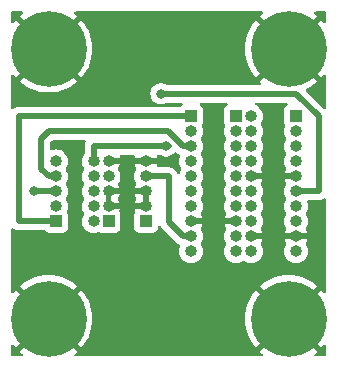
<source format=gbr>
%TF.GenerationSoftware,KiCad,Pcbnew,7.0.9-7.0.9~ubuntu22.04.1*%
%TF.CreationDate,2023-12-17T15:48:06-06:00*%
%TF.ProjectId,PacSat_JTAG_Interface,50616353-6174-45f4-9a54-41475f496e74,rev?*%
%TF.SameCoordinates,Original*%
%TF.FileFunction,Copper,L1,Top*%
%TF.FilePolarity,Positive*%
%FSLAX46Y46*%
G04 Gerber Fmt 4.6, Leading zero omitted, Abs format (unit mm)*
G04 Created by KiCad (PCBNEW 7.0.9-7.0.9~ubuntu22.04.1) date 2023-12-17 15:48:06*
%MOMM*%
%LPD*%
G01*
G04 APERTURE LIST*
%TA.AperFunction,ComponentPad*%
%ADD10R,1.000000X1.000000*%
%TD*%
%TA.AperFunction,ComponentPad*%
%ADD11O,1.000000X1.000000*%
%TD*%
%TA.AperFunction,ComponentPad*%
%ADD12C,3.600000*%
%TD*%
%TA.AperFunction,ConnectorPad*%
%ADD13C,6.400000*%
%TD*%
%TA.AperFunction,ViaPad*%
%ADD14C,0.800000*%
%TD*%
%TA.AperFunction,Conductor*%
%ADD15C,0.508000*%
%TD*%
G04 APERTURE END LIST*
D10*
%TO.P,J1,1,Pin_1*%
%TO.N,+3.3V*%
X92602050Y-86690231D03*
D11*
%TO.P,J1,2,Pin_2*%
%TO.N,Net-(J1-Pin_2)*%
X91332050Y-86690231D03*
%TO.P,J1,3,Pin_3*%
%TO.N,GND*%
X92602050Y-85420231D03*
%TO.P,J1,4,Pin_4*%
%TO.N,Net-(J1-Pin_4)*%
X91332050Y-85420231D03*
%TO.P,J1,5,Pin_5*%
%TO.N,GND*%
X92602050Y-84150231D03*
%TO.P,J1,6,Pin_6*%
%TO.N,Net-(J1-Pin_6)*%
X91332050Y-84150231D03*
%TO.P,J1,7,Pin_7*%
%TO.N,Net-(J1-Pin_7)*%
X92602050Y-82880231D03*
%TO.P,J1,8,Pin_8*%
%TO.N,Net-(J1-Pin_8)*%
X91332050Y-82880231D03*
%TO.P,J1,9,Pin_9*%
%TO.N,GND*%
X92602050Y-81610231D03*
%TO.P,J1,10,Pin_10*%
%TO.N,Net-(J1-Pin_10)*%
X91332050Y-81610231D03*
%TD*%
D12*
%TO.P,H4,1,1*%
%TO.N,GND*%
X87522050Y-94945231D03*
D13*
X87522050Y-94945231D03*
%TD*%
D12*
%TO.P,H1,1,1*%
%TO.N,GND*%
X107842050Y-72085231D03*
D13*
X107842050Y-72085231D03*
%TD*%
D10*
%TO.P,J3,1,Pin_1*%
%TO.N,+3.3V*%
X95777050Y-86700231D03*
D11*
%TO.P,J3,2,Pin_2*%
%TO.N,GND*%
X95777050Y-85430231D03*
%TO.P,J3,3,Pin_3*%
X95777050Y-84160231D03*
%TO.P,J3,4,Pin_4*%
%TO.N,Net-(J1-Pin_7)*%
X95777050Y-82890231D03*
%TO.P,J3,5,Pin_5*%
%TO.N,GND*%
X95777050Y-81620231D03*
%TD*%
D10*
%TO.P,J5,1,Pin_1*%
%TO.N,Net-(J1-Pin_2)*%
X99587050Y-77800231D03*
D11*
%TO.P,J5,2,Pin_2*%
%TO.N,Net-(J2-Pin_3)*%
X99587050Y-79070231D03*
%TO.P,J5,3,Pin_3*%
%TO.N,Net-(J1-Pin_8)*%
X99587050Y-80340231D03*
%TO.P,J5,4,Pin_4*%
%TO.N,Net-(J2-Pin_7)*%
X99587050Y-81610231D03*
%TO.P,J5,5,Pin_5*%
%TO.N,Net-(J2-Pin_9)*%
X99587050Y-82880231D03*
%TO.P,J5,6,Pin_6*%
%TO.N,Net-(J2-Pin_11)*%
X99587050Y-84150231D03*
%TO.P,J5,7,Pin_7*%
%TO.N,Net-(J1-Pin_6)*%
X99587050Y-85420231D03*
%TO.P,J5,8,Pin_8*%
%TO.N,GND*%
X99587050Y-86690231D03*
%TO.P,J5,9,Pin_9*%
%TO.N,Net-(J1-Pin_7)*%
X99587050Y-87960231D03*
%TO.P,J5,10,Pin_10*%
%TO.N,Net-(J2-Pin_19)*%
X99587050Y-89230231D03*
%TD*%
D10*
%TO.P,J2,1,Pin_1*%
%TO.N,Net-(J1-Pin_2)*%
X103397050Y-77800231D03*
D11*
%TO.P,J2,2,Pin_2*%
%TO.N,Net-(J2-Pin_2)*%
X104667050Y-77800231D03*
%TO.P,J2,3,Pin_3*%
%TO.N,Net-(J2-Pin_3)*%
X103397050Y-79070231D03*
%TO.P,J2,4,Pin_4*%
%TO.N,Net-(J2-Pin_4)*%
X104667050Y-79070231D03*
%TO.P,J2,5,Pin_5*%
%TO.N,Net-(J1-Pin_8)*%
X103397050Y-80340231D03*
%TO.P,J2,6,Pin_6*%
%TO.N,Net-(J2-Pin_6)*%
X104667050Y-80340231D03*
%TO.P,J2,7,Pin_7*%
%TO.N,Net-(J2-Pin_7)*%
X103397050Y-81610231D03*
%TO.P,J2,8,Pin_8*%
%TO.N,Net-(J2-Pin_8)*%
X104667050Y-81610231D03*
%TO.P,J2,9,Pin_9*%
%TO.N,Net-(J2-Pin_9)*%
X103397050Y-82880231D03*
%TO.P,J2,10,Pin_10*%
%TO.N,GND*%
X104667050Y-82880231D03*
%TO.P,J2,11,Pin_11*%
%TO.N,Net-(J2-Pin_11)*%
X103397050Y-84150231D03*
%TO.P,J2,12,Pin_12*%
%TO.N,Net-(J1-Pin_10)*%
X104667050Y-84150231D03*
%TO.P,J2,13,Pin_13*%
%TO.N,Net-(J1-Pin_6)*%
X103397050Y-85420231D03*
%TO.P,J2,14,Pin_14*%
%TO.N,Net-(J2-Pin_14)*%
X104667050Y-85420231D03*
%TO.P,J2,15,Pin_15*%
%TO.N,GND*%
X103397050Y-86690231D03*
%TO.P,J2,16,Pin_16*%
%TO.N,Net-(J2-Pin_16)*%
X104667050Y-86690231D03*
%TO.P,J2,17,Pin_17*%
%TO.N,Net-(J1-Pin_7)*%
X103397050Y-87960231D03*
%TO.P,J2,18,Pin_18*%
%TO.N,GND*%
X104667050Y-87960231D03*
%TO.P,J2,19,Pin_19*%
%TO.N,Net-(J2-Pin_19)*%
X103397050Y-89230231D03*
%TO.P,J2,20,Pin_20*%
%TO.N,Net-(J1-Pin_4)*%
X104667050Y-89230231D03*
%TD*%
D10*
%TO.P,J4,1,Pin_1*%
%TO.N,Net-(J1-Pin_2)*%
X88157050Y-86699520D03*
D11*
%TO.P,J4,2,Pin_2*%
%TO.N,Net-(J1-Pin_4)*%
X88157050Y-85429520D03*
%TO.P,J4,3,Pin_3*%
%TO.N,Net-(J1-Pin_6)*%
X88157050Y-84159520D03*
%TO.P,J4,4,Pin_4*%
%TO.N,Net-(J1-Pin_8)*%
X88157050Y-82889520D03*
%TO.P,J4,5,Pin_5*%
%TO.N,Net-(J1-Pin_10)*%
X88157050Y-81619520D03*
%TD*%
D10*
%TO.P,J6,1,Pin_1*%
%TO.N,Net-(J2-Pin_2)*%
X108477050Y-77800231D03*
D11*
%TO.P,J6,2,Pin_2*%
%TO.N,Net-(J2-Pin_4)*%
X108477050Y-79070231D03*
%TO.P,J6,3,Pin_3*%
%TO.N,Net-(J2-Pin_6)*%
X108477050Y-80340231D03*
%TO.P,J6,4,Pin_4*%
%TO.N,Net-(J2-Pin_8)*%
X108477050Y-81610231D03*
%TO.P,J6,5,Pin_5*%
%TO.N,GND*%
X108477050Y-82880231D03*
%TO.P,J6,6,Pin_6*%
%TO.N,Net-(J1-Pin_10)*%
X108477050Y-84150231D03*
%TO.P,J6,7,Pin_7*%
%TO.N,Net-(J2-Pin_14)*%
X108477050Y-85420231D03*
%TO.P,J6,8,Pin_8*%
%TO.N,Net-(J2-Pin_16)*%
X108477050Y-86690231D03*
%TO.P,J6,9,Pin_9*%
%TO.N,GND*%
X108477050Y-87960231D03*
%TO.P,J6,10,Pin_10*%
%TO.N,Net-(J1-Pin_4)*%
X108477050Y-89230231D03*
%TD*%
D12*
%TO.P,H3,1,1*%
%TO.N,GND*%
X87522050Y-72085231D03*
D13*
X87522050Y-72085231D03*
%TD*%
D12*
%TO.P,H2,1,1*%
%TO.N,GND*%
X107842050Y-94945231D03*
D13*
X107842050Y-94945231D03*
%TD*%
D14*
%TO.N,Net-(J1-Pin_6)*%
X86252050Y-84150231D03*
%TO.N,Net-(J1-Pin_10)*%
X97047050Y-75895231D03*
X97463550Y-80340231D03*
%TD*%
D15*
%TO.N,+3.3V*%
X95767050Y-86690231D02*
X95777050Y-86700231D01*
%TO.N,Net-(J1-Pin_2)*%
X84982050Y-77800231D02*
X99587050Y-77800231D01*
X84982050Y-86690231D02*
X84982050Y-77800231D01*
X88157050Y-86699520D02*
X88147761Y-86690231D01*
X88147761Y-86690231D02*
X84982050Y-86690231D01*
X91322761Y-86699520D02*
X91332050Y-86690231D01*
%TO.N,GND*%
X95767050Y-84150231D02*
X95777050Y-84160231D01*
X95767050Y-81610231D02*
X95777050Y-81620231D01*
X95767050Y-85420231D02*
X95777050Y-85430231D01*
%TO.N,Net-(J1-Pin_4)*%
X88166339Y-85420231D02*
X88157050Y-85429520D01*
%TO.N,Net-(J1-Pin_6)*%
X88147761Y-84150231D02*
X86252050Y-84150231D01*
X88157050Y-84159520D02*
X88147761Y-84150231D01*
X88166339Y-84150231D02*
X88157050Y-84159520D01*
%TO.N,Net-(J1-Pin_7)*%
X95767050Y-82880231D02*
X95777050Y-82890231D01*
X97672050Y-82890231D02*
X95777050Y-82890231D01*
X97682050Y-86762337D02*
X97682050Y-82880231D01*
X99587050Y-87960231D02*
X98879944Y-87960231D01*
X97682050Y-82880231D02*
X97672050Y-82890231D01*
X98879944Y-87960231D02*
X97682050Y-86762337D01*
%TO.N,Net-(J1-Pin_8)*%
X86887050Y-79705231D02*
X86887050Y-82245231D01*
X88166339Y-82880231D02*
X88157050Y-82889520D01*
X97609944Y-79070231D02*
X87522050Y-79070231D01*
X99587050Y-80340231D02*
X98879944Y-80340231D01*
X87531339Y-82889520D02*
X88157050Y-82889520D01*
X87522050Y-79070231D02*
X86887050Y-79705231D01*
X98879944Y-80340231D02*
X97609944Y-79070231D01*
X86887050Y-82245231D02*
X87531339Y-82889520D01*
%TO.N,Net-(J1-Pin_10)*%
X91332050Y-81610231D02*
X91332050Y-80340231D01*
X88166339Y-81610231D02*
X88157050Y-81619520D01*
X110382050Y-84150231D02*
X108477050Y-84150231D01*
X97047050Y-75895231D02*
X108480050Y-75895231D01*
X108480050Y-75895231D02*
X110382050Y-77797231D01*
X110382050Y-77797231D02*
X110382050Y-84150231D01*
X91332050Y-80340231D02*
X97682050Y-80340231D01*
%TD*%
%TA.AperFunction,Conductor*%
%TO.N,GND*%
G36*
X86387180Y-96080101D02*
G01*
X86577869Y-96242964D01*
X85086698Y-97734134D01*
X85086699Y-97734135D01*
X85291359Y-97899865D01*
X85331071Y-97957352D01*
X85333399Y-98027183D01*
X85297604Y-98087187D01*
X85235050Y-98118313D01*
X85213324Y-98120231D01*
X84471050Y-98120231D01*
X84404011Y-98100546D01*
X84358256Y-98047742D01*
X84347050Y-97996231D01*
X84347050Y-97253956D01*
X84366735Y-97186917D01*
X84419539Y-97141162D01*
X84488697Y-97131218D01*
X84552253Y-97160243D01*
X84567416Y-97175921D01*
X84733145Y-97380581D01*
X84733146Y-97380581D01*
X86224316Y-95889411D01*
X86387180Y-96080101D01*
G37*
%TD.AperFunction*%
%TA.AperFunction,Conductor*%
G36*
X102625322Y-76669416D02*
G01*
X102671077Y-76722220D01*
X102681021Y-76791378D01*
X102651996Y-76854934D01*
X102632594Y-76872997D01*
X102539505Y-76942683D01*
X102539502Y-76942686D01*
X102453256Y-77057895D01*
X102453252Y-77057902D01*
X102402958Y-77192748D01*
X102396551Y-77252347D01*
X102396551Y-77252354D01*
X102396550Y-77252366D01*
X102396550Y-78348101D01*
X102396551Y-78348107D01*
X102402958Y-78407714D01*
X102453252Y-78542559D01*
X102453254Y-78542562D01*
X102459281Y-78550613D01*
X102483698Y-78616077D01*
X102470155Y-78679701D01*
X102470568Y-78679872D01*
X102469645Y-78682100D01*
X102469374Y-78683374D01*
X102468238Y-78685498D01*
X102468236Y-78685503D01*
X102468236Y-78685504D01*
X102450281Y-78744693D01*
X102411025Y-78874101D01*
X102391709Y-79070231D01*
X102411025Y-79266360D01*
X102411026Y-79266363D01*
X102467402Y-79452210D01*
X102468238Y-79454964D01*
X102561136Y-79628763D01*
X102564523Y-79633832D01*
X102562886Y-79634925D01*
X102586646Y-79690894D01*
X102574845Y-79759760D01*
X102564159Y-79776387D01*
X102564523Y-79776630D01*
X102561136Y-79781698D01*
X102468238Y-79955497D01*
X102411025Y-80144101D01*
X102391709Y-80340231D01*
X102411025Y-80536360D01*
X102411026Y-80536363D01*
X102462279Y-80705322D01*
X102468238Y-80724964D01*
X102561136Y-80898763D01*
X102564523Y-80903832D01*
X102562886Y-80904925D01*
X102586646Y-80960894D01*
X102574845Y-81029760D01*
X102564159Y-81046387D01*
X102564523Y-81046630D01*
X102561136Y-81051698D01*
X102468238Y-81225497D01*
X102411025Y-81414101D01*
X102391709Y-81610231D01*
X102411025Y-81806360D01*
X102411026Y-81806363D01*
X102462279Y-81975322D01*
X102468238Y-81994964D01*
X102561136Y-82168763D01*
X102564523Y-82173832D01*
X102562886Y-82174925D01*
X102586646Y-82230894D01*
X102574845Y-82299760D01*
X102564159Y-82316387D01*
X102564523Y-82316630D01*
X102561136Y-82321698D01*
X102468238Y-82495497D01*
X102411025Y-82684101D01*
X102391709Y-82880231D01*
X102411025Y-83076360D01*
X102414059Y-83086363D01*
X102455359Y-83222510D01*
X102468238Y-83264964D01*
X102561136Y-83438763D01*
X102564523Y-83443832D01*
X102562886Y-83444925D01*
X102586646Y-83500894D01*
X102574845Y-83569760D01*
X102564159Y-83586387D01*
X102564523Y-83586630D01*
X102561136Y-83591698D01*
X102468238Y-83765497D01*
X102411025Y-83954101D01*
X102391709Y-84150231D01*
X102411025Y-84346360D01*
X102411026Y-84346363D01*
X102464991Y-84524262D01*
X102468238Y-84534964D01*
X102561136Y-84708763D01*
X102564523Y-84713832D01*
X102562886Y-84714925D01*
X102586646Y-84770894D01*
X102574845Y-84839760D01*
X102564159Y-84856387D01*
X102564523Y-84856630D01*
X102561136Y-84861698D01*
X102468238Y-85035497D01*
X102411025Y-85224101D01*
X102391709Y-85420231D01*
X102411025Y-85616360D01*
X102411026Y-85616363D01*
X102455359Y-85762510D01*
X102468238Y-85804964D01*
X102561136Y-85978763D01*
X102564523Y-85983832D01*
X102563005Y-85984846D01*
X102586968Y-86041273D01*
X102575174Y-86110140D01*
X102564565Y-86126651D01*
X102564943Y-86126904D01*
X102561555Y-86131973D01*
X102468702Y-86305689D01*
X102427889Y-86440230D01*
X102427890Y-86440231D01*
X103182567Y-86440231D01*
X103111249Y-86525224D01*
X103072050Y-86632925D01*
X103072050Y-86747537D01*
X103111249Y-86855238D01*
X103182567Y-86940231D01*
X102427890Y-86940231D01*
X102468702Y-87074772D01*
X102561553Y-87248484D01*
X102564940Y-87253553D01*
X102563265Y-87254671D01*
X102586968Y-87310490D01*
X102575173Y-87379356D01*
X102564208Y-87396419D01*
X102564523Y-87396630D01*
X102561136Y-87401698D01*
X102468238Y-87575497D01*
X102411025Y-87764101D01*
X102391709Y-87960231D01*
X102411025Y-88156360D01*
X102411026Y-88156363D01*
X102449276Y-88282457D01*
X102468238Y-88344964D01*
X102561136Y-88518763D01*
X102564523Y-88523832D01*
X102562886Y-88524925D01*
X102586646Y-88580894D01*
X102574845Y-88649760D01*
X102564159Y-88666387D01*
X102564523Y-88666630D01*
X102561136Y-88671698D01*
X102468238Y-88845497D01*
X102411025Y-89034101D01*
X102391709Y-89230231D01*
X102411025Y-89426360D01*
X102468238Y-89614964D01*
X102561136Y-89788763D01*
X102561140Y-89788770D01*
X102686166Y-89941114D01*
X102838510Y-90066140D01*
X102838517Y-90066144D01*
X103012316Y-90159042D01*
X103012319Y-90159042D01*
X103012323Y-90159045D01*
X103200918Y-90216255D01*
X103397050Y-90235572D01*
X103593182Y-90216255D01*
X103781777Y-90159045D01*
X103955588Y-90066141D01*
X103955594Y-90066135D01*
X103960657Y-90062754D01*
X103961753Y-90064395D01*
X104017689Y-90040636D01*
X104086557Y-90052425D01*
X104103198Y-90063119D01*
X104103443Y-90062754D01*
X104108508Y-90066138D01*
X104108512Y-90066141D01*
X104282323Y-90159045D01*
X104470918Y-90216255D01*
X104667050Y-90235572D01*
X104863182Y-90216255D01*
X105051777Y-90159045D01*
X105225588Y-90066141D01*
X105377933Y-89941114D01*
X105502960Y-89788769D01*
X105595864Y-89614958D01*
X105653074Y-89426363D01*
X105672391Y-89230231D01*
X105653074Y-89034099D01*
X105595864Y-88845504D01*
X105502960Y-88671693D01*
X105502956Y-88671688D01*
X105499576Y-88666630D01*
X105501094Y-88665615D01*
X105477131Y-88609193D01*
X105488922Y-88540325D01*
X105499542Y-88523805D01*
X105499161Y-88523551D01*
X105502547Y-88518483D01*
X105595397Y-88344772D01*
X105636210Y-88210231D01*
X104881533Y-88210231D01*
X104952851Y-88125238D01*
X104992050Y-88017537D01*
X104992050Y-87902925D01*
X104952851Y-87795224D01*
X104881533Y-87710231D01*
X105636210Y-87710231D01*
X105636210Y-87710230D01*
X105595397Y-87575689D01*
X105502546Y-87401977D01*
X105499160Y-87396909D01*
X105500834Y-87395790D01*
X105477131Y-87339977D01*
X105488924Y-87271110D01*
X105499889Y-87254049D01*
X105499573Y-87253838D01*
X105502954Y-87248775D01*
X105502960Y-87248769D01*
X105595864Y-87074958D01*
X105653074Y-86886363D01*
X105672391Y-86690231D01*
X105653074Y-86494099D01*
X105595864Y-86305504D01*
X105502960Y-86131693D01*
X105502957Y-86131689D01*
X105499573Y-86126624D01*
X105501214Y-86125527D01*
X105477455Y-86069592D01*
X105489244Y-86000724D01*
X105499938Y-85984082D01*
X105499573Y-85983838D01*
X105502954Y-85978775D01*
X105502960Y-85978769D01*
X105595864Y-85804958D01*
X105653074Y-85616363D01*
X105672391Y-85420231D01*
X105653074Y-85224099D01*
X105595864Y-85035504D01*
X105590102Y-85024725D01*
X105568387Y-84984099D01*
X105502960Y-84861693D01*
X105502957Y-84861689D01*
X105499573Y-84856624D01*
X105501214Y-84855527D01*
X105477455Y-84799592D01*
X105489244Y-84730724D01*
X105499938Y-84714082D01*
X105499573Y-84713838D01*
X105502954Y-84708775D01*
X105502960Y-84708769D01*
X105595864Y-84534958D01*
X105653074Y-84346363D01*
X105672391Y-84150231D01*
X105653074Y-83954099D01*
X105595864Y-83765504D01*
X105502960Y-83591693D01*
X105502956Y-83591688D01*
X105499576Y-83586630D01*
X105501094Y-83585615D01*
X105477131Y-83529193D01*
X105488922Y-83460325D01*
X105499542Y-83443805D01*
X105499161Y-83443551D01*
X105502547Y-83438483D01*
X105595397Y-83264772D01*
X105636210Y-83130231D01*
X104881533Y-83130231D01*
X104952851Y-83045238D01*
X104992050Y-82937537D01*
X104992050Y-82822925D01*
X104952851Y-82715224D01*
X104881533Y-82630231D01*
X105636210Y-82630231D01*
X105636210Y-82630230D01*
X105595397Y-82495689D01*
X105502546Y-82321977D01*
X105499160Y-82316909D01*
X105500834Y-82315790D01*
X105477131Y-82259977D01*
X105488924Y-82191110D01*
X105499889Y-82174049D01*
X105499573Y-82173838D01*
X105502954Y-82168775D01*
X105502960Y-82168769D01*
X105595864Y-81994958D01*
X105653074Y-81806363D01*
X105672391Y-81610231D01*
X105653074Y-81414099D01*
X105595864Y-81225504D01*
X105502960Y-81051693D01*
X105502957Y-81051689D01*
X105499573Y-81046624D01*
X105501214Y-81045527D01*
X105477455Y-80989592D01*
X105489244Y-80920724D01*
X105499938Y-80904082D01*
X105499573Y-80903838D01*
X105502954Y-80898775D01*
X105502960Y-80898769D01*
X105595864Y-80724958D01*
X105653074Y-80536363D01*
X105672391Y-80340231D01*
X105653074Y-80144099D01*
X105595864Y-79955504D01*
X105502960Y-79781693D01*
X105502957Y-79781689D01*
X105499573Y-79776624D01*
X105501214Y-79775527D01*
X105477455Y-79719592D01*
X105489244Y-79650724D01*
X105499938Y-79634082D01*
X105499573Y-79633838D01*
X105502954Y-79628775D01*
X105502960Y-79628769D01*
X105595864Y-79454958D01*
X105653074Y-79266363D01*
X105672391Y-79070231D01*
X105653074Y-78874099D01*
X105595864Y-78685504D01*
X105594725Y-78683374D01*
X105583036Y-78661506D01*
X105502960Y-78511693D01*
X105502957Y-78511689D01*
X105499573Y-78506624D01*
X105501214Y-78505527D01*
X105477455Y-78449592D01*
X105489244Y-78380724D01*
X105499938Y-78364082D01*
X105499573Y-78363838D01*
X105502954Y-78358775D01*
X105502960Y-78358769D01*
X105595864Y-78184958D01*
X105653074Y-77996363D01*
X105672391Y-77800231D01*
X105653074Y-77604099D01*
X105595864Y-77415504D01*
X105595861Y-77415500D01*
X105595861Y-77415497D01*
X105502963Y-77241698D01*
X105502959Y-77241691D01*
X105377933Y-77089347D01*
X105225589Y-76964321D01*
X105225582Y-76964317D01*
X105073615Y-76883089D01*
X105023771Y-76834127D01*
X105008310Y-76765989D01*
X105032142Y-76700310D01*
X105087699Y-76657941D01*
X105132068Y-76649731D01*
X107638283Y-76649731D01*
X107705322Y-76669416D01*
X107751077Y-76722220D01*
X107761021Y-76791378D01*
X107731996Y-76854934D01*
X107712594Y-76872997D01*
X107619505Y-76942683D01*
X107619502Y-76942686D01*
X107533256Y-77057895D01*
X107533252Y-77057902D01*
X107482958Y-77192748D01*
X107476551Y-77252347D01*
X107476551Y-77252354D01*
X107476550Y-77252366D01*
X107476550Y-78348101D01*
X107476551Y-78348107D01*
X107482958Y-78407714D01*
X107533252Y-78542559D01*
X107533254Y-78542562D01*
X107539281Y-78550613D01*
X107563698Y-78616077D01*
X107550155Y-78679701D01*
X107550568Y-78679872D01*
X107549645Y-78682100D01*
X107549374Y-78683374D01*
X107548238Y-78685498D01*
X107548236Y-78685503D01*
X107548236Y-78685504D01*
X107530281Y-78744693D01*
X107491025Y-78874101D01*
X107471709Y-79070231D01*
X107491025Y-79266360D01*
X107491026Y-79266363D01*
X107547402Y-79452210D01*
X107548238Y-79454964D01*
X107641136Y-79628763D01*
X107644523Y-79633832D01*
X107642886Y-79634925D01*
X107666646Y-79690894D01*
X107654845Y-79759760D01*
X107644159Y-79776387D01*
X107644523Y-79776630D01*
X107641136Y-79781698D01*
X107548238Y-79955497D01*
X107491025Y-80144101D01*
X107471709Y-80340231D01*
X107491025Y-80536360D01*
X107491026Y-80536363D01*
X107542279Y-80705322D01*
X107548238Y-80724964D01*
X107641136Y-80898763D01*
X107644523Y-80903832D01*
X107642886Y-80904925D01*
X107666646Y-80960894D01*
X107654845Y-81029760D01*
X107644159Y-81046387D01*
X107644523Y-81046630D01*
X107641136Y-81051698D01*
X107548238Y-81225497D01*
X107491025Y-81414101D01*
X107471709Y-81610231D01*
X107491025Y-81806360D01*
X107491026Y-81806363D01*
X107542279Y-81975322D01*
X107548238Y-81994964D01*
X107641136Y-82168763D01*
X107644523Y-82173832D01*
X107643005Y-82174846D01*
X107666968Y-82231273D01*
X107655174Y-82300140D01*
X107644565Y-82316651D01*
X107644943Y-82316904D01*
X107641555Y-82321973D01*
X107548702Y-82495689D01*
X107507889Y-82630230D01*
X107507890Y-82630231D01*
X108262567Y-82630231D01*
X108191249Y-82715224D01*
X108152050Y-82822925D01*
X108152050Y-82937537D01*
X108191249Y-83045238D01*
X108262567Y-83130231D01*
X107507890Y-83130231D01*
X107548702Y-83264772D01*
X107641553Y-83438484D01*
X107644940Y-83443553D01*
X107643265Y-83444671D01*
X107666968Y-83500490D01*
X107655173Y-83569356D01*
X107644208Y-83586419D01*
X107644523Y-83586630D01*
X107641136Y-83591698D01*
X107548238Y-83765497D01*
X107491025Y-83954101D01*
X107471709Y-84150231D01*
X107491025Y-84346360D01*
X107491026Y-84346363D01*
X107544991Y-84524262D01*
X107548238Y-84534964D01*
X107641136Y-84708763D01*
X107644523Y-84713832D01*
X107642886Y-84714925D01*
X107666646Y-84770894D01*
X107654845Y-84839760D01*
X107644159Y-84856387D01*
X107644523Y-84856630D01*
X107641136Y-84861698D01*
X107548238Y-85035497D01*
X107491025Y-85224101D01*
X107471709Y-85420231D01*
X107491025Y-85616360D01*
X107491026Y-85616363D01*
X107535359Y-85762510D01*
X107548238Y-85804964D01*
X107641136Y-85978763D01*
X107644523Y-85983832D01*
X107642886Y-85984925D01*
X107666646Y-86040894D01*
X107654845Y-86109760D01*
X107644159Y-86126387D01*
X107644523Y-86126630D01*
X107641136Y-86131698D01*
X107548238Y-86305497D01*
X107491025Y-86494101D01*
X107471709Y-86690231D01*
X107491025Y-86886360D01*
X107491026Y-86886363D01*
X107534948Y-87031155D01*
X107548238Y-87074964D01*
X107641136Y-87248763D01*
X107644523Y-87253832D01*
X107643005Y-87254846D01*
X107666968Y-87311273D01*
X107655174Y-87380140D01*
X107644565Y-87396651D01*
X107644943Y-87396904D01*
X107641555Y-87401973D01*
X107548702Y-87575689D01*
X107507889Y-87710230D01*
X107507890Y-87710231D01*
X108262567Y-87710231D01*
X108191249Y-87795224D01*
X108152050Y-87902925D01*
X108152050Y-88017537D01*
X108191249Y-88125238D01*
X108262567Y-88210231D01*
X107507890Y-88210231D01*
X107548702Y-88344772D01*
X107641553Y-88518484D01*
X107644940Y-88523553D01*
X107643265Y-88524671D01*
X107666968Y-88580490D01*
X107655173Y-88649356D01*
X107644208Y-88666419D01*
X107644523Y-88666630D01*
X107641136Y-88671698D01*
X107548238Y-88845497D01*
X107491025Y-89034101D01*
X107471709Y-89230231D01*
X107491025Y-89426360D01*
X107548238Y-89614964D01*
X107641136Y-89788763D01*
X107641140Y-89788770D01*
X107766166Y-89941114D01*
X107918510Y-90066140D01*
X107918517Y-90066144D01*
X108092316Y-90159042D01*
X108092319Y-90159042D01*
X108092323Y-90159045D01*
X108280918Y-90216255D01*
X108477050Y-90235572D01*
X108673182Y-90216255D01*
X108861777Y-90159045D01*
X109035588Y-90066141D01*
X109187933Y-89941114D01*
X109312960Y-89788769D01*
X109405864Y-89614958D01*
X109463074Y-89426363D01*
X109482391Y-89230231D01*
X109463074Y-89034099D01*
X109405864Y-88845504D01*
X109312960Y-88671693D01*
X109312956Y-88671688D01*
X109309576Y-88666630D01*
X109311094Y-88665615D01*
X109287131Y-88609193D01*
X109298922Y-88540325D01*
X109309542Y-88523805D01*
X109309161Y-88523551D01*
X109312547Y-88518483D01*
X109405397Y-88344772D01*
X109446210Y-88210231D01*
X108691533Y-88210231D01*
X108762851Y-88125238D01*
X108802050Y-88017537D01*
X108802050Y-87902925D01*
X108762851Y-87795224D01*
X108691533Y-87710231D01*
X109446210Y-87710231D01*
X109446210Y-87710230D01*
X109405397Y-87575689D01*
X109312546Y-87401977D01*
X109309160Y-87396909D01*
X109310834Y-87395790D01*
X109287131Y-87339977D01*
X109298924Y-87271110D01*
X109309889Y-87254049D01*
X109309573Y-87253838D01*
X109312954Y-87248775D01*
X109312960Y-87248769D01*
X109405864Y-87074958D01*
X109463074Y-86886363D01*
X109482391Y-86690231D01*
X109463074Y-86494099D01*
X109405864Y-86305504D01*
X109312960Y-86131693D01*
X109312957Y-86131689D01*
X109309573Y-86126624D01*
X109311214Y-86125527D01*
X109287455Y-86069592D01*
X109299244Y-86000724D01*
X109309938Y-85984082D01*
X109309573Y-85983838D01*
X109312954Y-85978775D01*
X109312960Y-85978769D01*
X109405864Y-85804958D01*
X109463074Y-85616363D01*
X109482391Y-85420231D01*
X109463074Y-85224099D01*
X109427016Y-85105231D01*
X109414729Y-85064727D01*
X109414105Y-84994860D01*
X109451353Y-84935747D01*
X109514647Y-84906156D01*
X109533389Y-84904731D01*
X110358303Y-84904731D01*
X110361904Y-84904835D01*
X110426219Y-84908582D01*
X110489671Y-84897392D01*
X110493235Y-84896871D01*
X110499970Y-84896083D01*
X110557234Y-84889391D01*
X110567874Y-84885517D01*
X110588760Y-84879920D01*
X110599916Y-84877954D01*
X110659102Y-84852422D01*
X110662375Y-84851122D01*
X110722974Y-84829067D01*
X110732444Y-84822837D01*
X110751462Y-84812583D01*
X110761868Y-84808095D01*
X110813554Y-84769615D01*
X110816496Y-84767556D01*
X110824915Y-84762019D01*
X110891744Y-84741629D01*
X110958987Y-84760606D01*
X111005296Y-84812925D01*
X111017050Y-84865622D01*
X111017050Y-92636505D01*
X110997365Y-92703544D01*
X110944561Y-92749299D01*
X110875403Y-92759243D01*
X110811847Y-92730218D01*
X110796684Y-92714540D01*
X110630954Y-92509880D01*
X110630953Y-92509879D01*
X109139782Y-94001049D01*
X108976920Y-93810361D01*
X108786230Y-93647497D01*
X110277400Y-92156327D01*
X110277400Y-92156326D01*
X110019843Y-91947762D01*
X109694593Y-91736541D01*
X109349044Y-91560475D01*
X108986986Y-91421493D01*
X108612380Y-91321118D01*
X108612373Y-91321117D01*
X108229337Y-91260450D01*
X107842051Y-91240153D01*
X107842049Y-91240153D01*
X107454762Y-91260450D01*
X107071726Y-91321117D01*
X107071719Y-91321118D01*
X106697113Y-91421493D01*
X106335055Y-91560475D01*
X105989506Y-91736541D01*
X105664256Y-91947762D01*
X105406698Y-92156326D01*
X105406698Y-92156327D01*
X106897869Y-93647497D01*
X106707180Y-93810361D01*
X106544316Y-94001049D01*
X105053146Y-92509879D01*
X105053145Y-92509879D01*
X104844581Y-92767437D01*
X104633360Y-93092687D01*
X104457294Y-93438236D01*
X104318312Y-93800294D01*
X104217937Y-94174900D01*
X104217936Y-94174907D01*
X104157269Y-94557943D01*
X104136972Y-94945230D01*
X104136972Y-94945231D01*
X104157269Y-95332518D01*
X104217936Y-95715554D01*
X104217937Y-95715561D01*
X104318312Y-96090167D01*
X104457294Y-96452225D01*
X104633360Y-96797774D01*
X104844581Y-97123024D01*
X105053145Y-97380581D01*
X105053146Y-97380581D01*
X106544316Y-95889411D01*
X106707180Y-96080101D01*
X106897869Y-96242964D01*
X105406698Y-97734134D01*
X105406699Y-97734135D01*
X105611359Y-97899865D01*
X105651071Y-97957352D01*
X105653399Y-98027183D01*
X105617604Y-98087187D01*
X105555050Y-98118313D01*
X105533324Y-98120231D01*
X89830775Y-98120231D01*
X89763736Y-98100546D01*
X89717981Y-98047742D01*
X89708037Y-97978584D01*
X89737062Y-97915028D01*
X89752739Y-97899865D01*
X89957399Y-97734133D01*
X88466230Y-96242964D01*
X88656920Y-96080101D01*
X88819783Y-95889411D01*
X90310952Y-97380580D01*
X90519525Y-97123016D01*
X90519526Y-97123014D01*
X90730739Y-96797774D01*
X90906805Y-96452225D01*
X91045787Y-96090167D01*
X91146162Y-95715561D01*
X91146163Y-95715554D01*
X91206830Y-95332518D01*
X91227128Y-94945231D01*
X91227128Y-94945230D01*
X91206830Y-94557943D01*
X91146163Y-94174907D01*
X91146162Y-94174900D01*
X91045787Y-93800294D01*
X90906805Y-93438236D01*
X90730739Y-93092687D01*
X90519518Y-92767437D01*
X90310954Y-92509880D01*
X90310953Y-92509879D01*
X88819782Y-94001049D01*
X88656920Y-93810361D01*
X88466230Y-93647497D01*
X89957400Y-92156327D01*
X89957400Y-92156326D01*
X89699843Y-91947762D01*
X89374593Y-91736541D01*
X89029044Y-91560475D01*
X88666986Y-91421493D01*
X88292380Y-91321118D01*
X88292373Y-91321117D01*
X87909337Y-91260450D01*
X87522051Y-91240153D01*
X87522049Y-91240153D01*
X87134762Y-91260450D01*
X86751726Y-91321117D01*
X86751719Y-91321118D01*
X86377113Y-91421493D01*
X86015055Y-91560475D01*
X85669506Y-91736541D01*
X85344256Y-91947762D01*
X85086698Y-92156326D01*
X85086698Y-92156327D01*
X86577869Y-93647497D01*
X86387180Y-93810361D01*
X86224316Y-94001049D01*
X84733146Y-92509879D01*
X84733145Y-92509879D01*
X84567416Y-92714540D01*
X84509930Y-92754252D01*
X84440099Y-92756580D01*
X84380095Y-92720785D01*
X84348968Y-92658232D01*
X84347050Y-92636505D01*
X84347050Y-87409608D01*
X84366735Y-87342569D01*
X84419539Y-87296814D01*
X84488697Y-87286870D01*
X84533060Y-87302228D01*
X84536619Y-87304282D01*
X84538249Y-87305224D01*
X84555943Y-87317614D01*
X84564623Y-87324898D01*
X84622216Y-87353821D01*
X84625366Y-87355520D01*
X84681174Y-87387741D01*
X84692029Y-87390990D01*
X84712112Y-87398969D01*
X84722239Y-87404055D01*
X84784959Y-87418920D01*
X84788405Y-87419843D01*
X84850141Y-87438326D01*
X84861444Y-87438984D01*
X84882831Y-87442116D01*
X84893862Y-87444731D01*
X84958303Y-87444731D01*
X84961904Y-87444835D01*
X85026219Y-87448582D01*
X85037375Y-87446614D01*
X85058906Y-87444731D01*
X87153340Y-87444731D01*
X87220379Y-87464416D01*
X87252606Y-87494419D01*
X87299505Y-87557067D01*
X87414714Y-87643313D01*
X87414721Y-87643317D01*
X87549567Y-87693611D01*
X87549566Y-87693611D01*
X87556180Y-87694322D01*
X87609177Y-87700020D01*
X88704922Y-87700019D01*
X88764533Y-87693611D01*
X88899381Y-87643316D01*
X89014596Y-87557066D01*
X89100846Y-87441851D01*
X89151141Y-87307003D01*
X89157550Y-87247393D01*
X89157549Y-86151648D01*
X89152349Y-86103277D01*
X89151141Y-86092036D01*
X89100847Y-85957192D01*
X89100846Y-85957189D01*
X89094817Y-85949135D01*
X89070401Y-85883674D01*
X89083945Y-85820045D01*
X89083533Y-85819875D01*
X89084456Y-85817644D01*
X89084727Y-85816373D01*
X89085864Y-85814247D01*
X89143074Y-85625652D01*
X89162391Y-85429520D01*
X89143074Y-85233388D01*
X89085864Y-85044793D01*
X88992960Y-84870982D01*
X88992957Y-84870978D01*
X88989573Y-84865913D01*
X88991214Y-84864816D01*
X88967455Y-84808881D01*
X88979244Y-84740013D01*
X88989938Y-84723371D01*
X88989573Y-84723127D01*
X88992954Y-84718064D01*
X88992960Y-84718058D01*
X89085864Y-84544247D01*
X89143074Y-84355652D01*
X89162391Y-84159520D01*
X89143074Y-83963388D01*
X89085864Y-83774793D01*
X88992960Y-83600982D01*
X88992957Y-83600978D01*
X88989573Y-83595913D01*
X88991214Y-83594816D01*
X88967455Y-83538881D01*
X88979244Y-83470013D01*
X88989938Y-83453371D01*
X88989573Y-83453127D01*
X88992954Y-83448064D01*
X88992960Y-83448058D01*
X89085864Y-83274247D01*
X89143074Y-83085652D01*
X89162391Y-82889520D01*
X89143074Y-82693388D01*
X89085864Y-82504793D01*
X89080845Y-82495404D01*
X89040763Y-82420415D01*
X88992960Y-82330982D01*
X88992957Y-82330978D01*
X88989573Y-82325913D01*
X88991214Y-82324816D01*
X88967455Y-82268881D01*
X88979244Y-82200013D01*
X88989938Y-82183371D01*
X88989573Y-82183127D01*
X88992954Y-82178064D01*
X88992960Y-82178058D01*
X89085864Y-82004247D01*
X89143074Y-81815652D01*
X89162391Y-81619520D01*
X89143074Y-81423388D01*
X89085864Y-81234793D01*
X89085861Y-81234789D01*
X89085861Y-81234786D01*
X88992963Y-81060987D01*
X88992959Y-81060980D01*
X88867933Y-80908636D01*
X88715589Y-80783610D01*
X88715582Y-80783606D01*
X88541783Y-80690708D01*
X88541777Y-80690706D01*
X88416047Y-80652566D01*
X88353179Y-80633495D01*
X88157050Y-80614179D01*
X87960919Y-80633495D01*
X87801545Y-80681841D01*
X87731678Y-80682464D01*
X87672565Y-80645216D01*
X87642974Y-80581921D01*
X87641550Y-80563180D01*
X87641550Y-80069117D01*
X87661235Y-80002078D01*
X87677869Y-79981436D01*
X87798255Y-79861050D01*
X87859578Y-79827565D01*
X87885936Y-79824731D01*
X90543679Y-79824731D01*
X90610718Y-79844416D01*
X90656473Y-79897220D01*
X90666417Y-79966378D01*
X90651068Y-80010727D01*
X90634540Y-80039355D01*
X90634540Y-80039356D01*
X90631289Y-80050213D01*
X90623314Y-80070287D01*
X90618226Y-80080419D01*
X90618225Y-80080420D01*
X90603364Y-80143120D01*
X90602431Y-80146601D01*
X90583955Y-80208323D01*
X90583954Y-80208325D01*
X90583295Y-80219638D01*
X90580164Y-80241010D01*
X90577550Y-80252041D01*
X90577550Y-80316483D01*
X90577445Y-80320089D01*
X90573699Y-80384398D01*
X90575666Y-80395553D01*
X90577550Y-80417087D01*
X90577550Y-80908126D01*
X90557865Y-80975165D01*
X90549403Y-80986791D01*
X90496141Y-81051691D01*
X90496136Y-81051698D01*
X90403238Y-81225497D01*
X90346025Y-81414101D01*
X90326709Y-81610231D01*
X90346025Y-81806360D01*
X90346026Y-81806363D01*
X90397279Y-81975322D01*
X90403238Y-81994964D01*
X90496136Y-82168763D01*
X90499523Y-82173832D01*
X90497886Y-82174925D01*
X90521646Y-82230894D01*
X90509845Y-82299760D01*
X90499159Y-82316387D01*
X90499523Y-82316630D01*
X90496136Y-82321698D01*
X90403238Y-82495497D01*
X90346025Y-82684101D01*
X90326709Y-82880231D01*
X90346025Y-83076360D01*
X90349059Y-83086363D01*
X90390359Y-83222510D01*
X90403238Y-83264964D01*
X90496136Y-83438763D01*
X90499523Y-83443832D01*
X90497886Y-83444925D01*
X90521646Y-83500894D01*
X90509845Y-83569760D01*
X90499159Y-83586387D01*
X90499523Y-83586630D01*
X90496136Y-83591698D01*
X90403238Y-83765497D01*
X90346025Y-83954101D01*
X90326709Y-84150231D01*
X90346025Y-84346360D01*
X90346026Y-84346363D01*
X90399991Y-84524262D01*
X90403238Y-84534964D01*
X90496136Y-84708763D01*
X90499523Y-84713832D01*
X90497886Y-84714925D01*
X90521646Y-84770894D01*
X90509845Y-84839760D01*
X90499159Y-84856387D01*
X90499523Y-84856630D01*
X90496136Y-84861698D01*
X90403238Y-85035497D01*
X90346025Y-85224101D01*
X90326709Y-85420231D01*
X90346025Y-85616360D01*
X90346026Y-85616363D01*
X90390359Y-85762510D01*
X90403238Y-85804964D01*
X90496136Y-85978763D01*
X90499523Y-85983832D01*
X90497886Y-85984925D01*
X90521646Y-86040894D01*
X90509845Y-86109760D01*
X90499159Y-86126387D01*
X90499523Y-86126630D01*
X90496136Y-86131698D01*
X90403238Y-86305497D01*
X90346025Y-86494101D01*
X90326709Y-86690231D01*
X90346025Y-86886360D01*
X90346026Y-86886363D01*
X90389948Y-87031155D01*
X90403238Y-87074964D01*
X90496136Y-87248763D01*
X90496140Y-87248770D01*
X90621166Y-87401114D01*
X90773510Y-87526140D01*
X90773517Y-87526144D01*
X90947316Y-87619042D01*
X90947319Y-87619042D01*
X90947323Y-87619045D01*
X91135918Y-87676255D01*
X91332050Y-87695572D01*
X91528182Y-87676255D01*
X91716777Y-87619045D01*
X91718903Y-87617908D01*
X91720145Y-87617649D01*
X91722405Y-87616714D01*
X91722582Y-87617142D01*
X91787304Y-87603666D01*
X91851665Y-87627998D01*
X91859719Y-87634027D01*
X91886533Y-87644028D01*
X91994567Y-87684322D01*
X91994566Y-87684322D01*
X92001494Y-87685066D01*
X92054177Y-87690731D01*
X93149922Y-87690730D01*
X93209533Y-87684322D01*
X93344381Y-87634027D01*
X93459596Y-87547777D01*
X93545846Y-87432562D01*
X93596141Y-87297714D01*
X93602550Y-87238104D01*
X93602549Y-86142359D01*
X93596141Y-86082748D01*
X93580530Y-86040894D01*
X93545847Y-85947902D01*
X93545843Y-85947895D01*
X93539489Y-85939407D01*
X93515071Y-85873943D01*
X93528555Y-85810600D01*
X93528068Y-85810398D01*
X93529160Y-85807761D01*
X93529399Y-85806639D01*
X93530397Y-85804770D01*
X93571210Y-85670231D01*
X92816533Y-85670231D01*
X92887851Y-85585238D01*
X92927050Y-85477537D01*
X92927050Y-85362925D01*
X92887851Y-85255224D01*
X92824923Y-85180230D01*
X94807889Y-85180230D01*
X94807890Y-85180231D01*
X95527050Y-85180231D01*
X95527050Y-84410231D01*
X94807890Y-84410231D01*
X94848702Y-84544772D01*
X94941553Y-84718484D01*
X94944940Y-84723553D01*
X94943388Y-84724589D01*
X94967292Y-84780892D01*
X94955492Y-84849758D01*
X94944610Y-84866689D01*
X94944940Y-84866909D01*
X94941553Y-84871977D01*
X94848702Y-85045689D01*
X94807889Y-85180230D01*
X92824923Y-85180230D01*
X92814179Y-85167426D01*
X92714921Y-85110119D01*
X92630486Y-85095231D01*
X92573614Y-85095231D01*
X92489179Y-85110119D01*
X92389921Y-85167426D01*
X92352050Y-85212558D01*
X92352050Y-84357903D01*
X92389921Y-84403036D01*
X92489179Y-84460343D01*
X92573614Y-84475231D01*
X92630486Y-84475231D01*
X92714921Y-84460343D01*
X92814179Y-84403036D01*
X92816533Y-84400231D01*
X92852050Y-84400231D01*
X92852050Y-85170231D01*
X93571210Y-85170231D01*
X93571210Y-85170230D01*
X93530397Y-85035689D01*
X93437547Y-84861978D01*
X93434161Y-84856911D01*
X93435715Y-84855872D01*
X93411809Y-84799592D01*
X93423597Y-84730724D01*
X93434491Y-84713771D01*
X93434161Y-84713551D01*
X93437547Y-84708483D01*
X93530397Y-84534772D01*
X93571210Y-84400231D01*
X92852050Y-84400231D01*
X92816533Y-84400231D01*
X92887851Y-84315238D01*
X92927050Y-84207537D01*
X92927050Y-84092925D01*
X92887851Y-83985224D01*
X92816533Y-83900231D01*
X93571210Y-83900231D01*
X93571210Y-83900230D01*
X93530397Y-83765689D01*
X93437546Y-83591977D01*
X93434160Y-83586909D01*
X93435834Y-83585790D01*
X93412131Y-83529977D01*
X93423924Y-83461110D01*
X93434889Y-83444049D01*
X93434573Y-83443838D01*
X93437954Y-83438775D01*
X93437960Y-83438769D01*
X93530864Y-83264958D01*
X93588074Y-83076363D01*
X93607391Y-82880231D01*
X93588074Y-82684099D01*
X93530864Y-82495504D01*
X93529600Y-82493140D01*
X93504479Y-82446141D01*
X93437960Y-82321693D01*
X93437956Y-82321688D01*
X93434576Y-82316630D01*
X93436094Y-82315615D01*
X93412131Y-82259193D01*
X93423922Y-82190325D01*
X93434542Y-82173805D01*
X93434161Y-82173551D01*
X93437547Y-82168483D01*
X93530397Y-81994772D01*
X93571210Y-81860231D01*
X92816533Y-81860231D01*
X92887851Y-81775238D01*
X92927050Y-81667537D01*
X92927050Y-81552925D01*
X92887851Y-81445224D01*
X92816533Y-81360231D01*
X93571210Y-81360231D01*
X93571210Y-81360230D01*
X93539206Y-81254726D01*
X93538583Y-81184859D01*
X93575831Y-81125747D01*
X93639125Y-81096156D01*
X93657867Y-81094731D01*
X94724267Y-81094731D01*
X94791306Y-81114416D01*
X94837061Y-81167220D01*
X94847005Y-81236378D01*
X94842927Y-81254727D01*
X94807889Y-81370229D01*
X94807890Y-81370231D01*
X95562567Y-81370231D01*
X95491249Y-81455224D01*
X95452050Y-81562925D01*
X95452050Y-81677537D01*
X95491249Y-81785238D01*
X95562567Y-81870231D01*
X94807890Y-81870231D01*
X94848702Y-82004772D01*
X94941553Y-82178484D01*
X94944940Y-82183553D01*
X94943265Y-82184671D01*
X94966968Y-82240490D01*
X94955173Y-82309356D01*
X94944208Y-82326419D01*
X94944523Y-82326630D01*
X94941136Y-82331698D01*
X94848238Y-82505497D01*
X94791025Y-82694101D01*
X94771709Y-82890231D01*
X94791025Y-83086360D01*
X94791026Y-83086363D01*
X94845204Y-83264964D01*
X94848238Y-83274964D01*
X94941136Y-83448763D01*
X94944523Y-83453832D01*
X94943005Y-83454846D01*
X94966968Y-83511273D01*
X94955174Y-83580140D01*
X94944565Y-83596651D01*
X94944943Y-83596904D01*
X94941555Y-83601973D01*
X94848702Y-83775689D01*
X94807889Y-83910230D01*
X94807890Y-83910231D01*
X95562567Y-83910231D01*
X95491249Y-83995224D01*
X95452050Y-84102925D01*
X95452050Y-84217537D01*
X95491249Y-84325238D01*
X95564921Y-84413036D01*
X95664179Y-84470343D01*
X95748614Y-84485231D01*
X95805486Y-84485231D01*
X95889921Y-84470343D01*
X95989179Y-84413036D01*
X96027050Y-84367903D01*
X96027050Y-85222558D01*
X95989179Y-85177426D01*
X95889921Y-85120119D01*
X95805486Y-85105231D01*
X95748614Y-85105231D01*
X95664179Y-85120119D01*
X95564921Y-85177426D01*
X95491249Y-85265224D01*
X95452050Y-85372925D01*
X95452050Y-85487537D01*
X95491249Y-85595238D01*
X95562567Y-85680231D01*
X94807890Y-85680231D01*
X94848701Y-85814768D01*
X94849701Y-85816638D01*
X94849928Y-85817732D01*
X94851031Y-85820393D01*
X94850526Y-85820601D01*
X94863946Y-85885040D01*
X94839614Y-85949403D01*
X94833255Y-85957897D01*
X94833252Y-85957902D01*
X94782958Y-86092748D01*
X94776551Y-86152347D01*
X94776550Y-86152366D01*
X94776550Y-87248101D01*
X94776551Y-87248107D01*
X94782958Y-87307714D01*
X94833252Y-87442559D01*
X94833256Y-87442566D01*
X94919502Y-87557775D01*
X94919505Y-87557778D01*
X95034714Y-87644024D01*
X95034721Y-87644028D01*
X95169567Y-87694322D01*
X95169566Y-87694322D01*
X95176494Y-87695066D01*
X95229177Y-87700731D01*
X96324922Y-87700730D01*
X96384533Y-87694322D01*
X96519381Y-87644027D01*
X96634596Y-87557777D01*
X96720846Y-87442562D01*
X96771141Y-87307714D01*
X96777550Y-87248104D01*
X96777549Y-87174342D01*
X96797233Y-87107306D01*
X96850036Y-87061550D01*
X96919194Y-87051606D01*
X96982751Y-87080630D01*
X97005149Y-87106205D01*
X97045648Y-87167780D01*
X97086181Y-87233493D01*
X97090661Y-87239159D01*
X97090619Y-87239192D01*
X97095451Y-87245123D01*
X97095493Y-87245089D01*
X97100131Y-87250617D01*
X97100135Y-87250622D01*
X97121019Y-87270325D01*
X97156297Y-87303609D01*
X98301178Y-88448489D01*
X98312959Y-88462121D01*
X98327405Y-88481525D01*
X98367659Y-88515302D01*
X98371631Y-88518942D01*
X98377503Y-88524814D01*
X98397120Y-88540325D01*
X98403359Y-88545258D01*
X98462516Y-88594898D01*
X98468553Y-88598868D01*
X98468523Y-88598913D01*
X98474982Y-88603027D01*
X98475011Y-88602981D01*
X98481150Y-88606768D01*
X98481153Y-88606770D01*
X98551135Y-88639403D01*
X98608752Y-88668339D01*
X98659825Y-88716016D01*
X98677015Y-88783738D01*
X98662462Y-88837595D01*
X98658238Y-88845497D01*
X98601025Y-89034101D01*
X98581709Y-89230231D01*
X98601025Y-89426360D01*
X98658238Y-89614964D01*
X98751136Y-89788763D01*
X98751140Y-89788770D01*
X98876166Y-89941114D01*
X99028510Y-90066140D01*
X99028517Y-90066144D01*
X99202316Y-90159042D01*
X99202319Y-90159042D01*
X99202323Y-90159045D01*
X99390918Y-90216255D01*
X99587050Y-90235572D01*
X99783182Y-90216255D01*
X99971777Y-90159045D01*
X100145588Y-90066141D01*
X100297933Y-89941114D01*
X100422960Y-89788769D01*
X100515864Y-89614958D01*
X100573074Y-89426363D01*
X100592391Y-89230231D01*
X100573074Y-89034099D01*
X100515864Y-88845504D01*
X100422960Y-88671693D01*
X100422957Y-88671689D01*
X100419573Y-88666624D01*
X100421214Y-88665527D01*
X100397455Y-88609592D01*
X100409244Y-88540724D01*
X100419938Y-88524082D01*
X100419573Y-88523838D01*
X100422954Y-88518775D01*
X100422960Y-88518769D01*
X100515864Y-88344958D01*
X100573074Y-88156363D01*
X100592391Y-87960231D01*
X100573074Y-87764099D01*
X100515864Y-87575504D01*
X100422960Y-87401693D01*
X100422956Y-87401688D01*
X100419576Y-87396630D01*
X100421094Y-87395615D01*
X100397131Y-87339193D01*
X100408922Y-87270325D01*
X100419542Y-87253805D01*
X100419161Y-87253551D01*
X100422547Y-87248483D01*
X100515397Y-87074772D01*
X100556210Y-86940231D01*
X99801533Y-86940231D01*
X99872851Y-86855238D01*
X99912050Y-86747537D01*
X99912050Y-86632925D01*
X99872851Y-86525224D01*
X99801533Y-86440231D01*
X100556210Y-86440231D01*
X100556210Y-86440230D01*
X100515397Y-86305689D01*
X100422546Y-86131977D01*
X100419160Y-86126909D01*
X100420834Y-86125790D01*
X100397131Y-86069977D01*
X100408924Y-86001110D01*
X100419889Y-85984049D01*
X100419573Y-85983838D01*
X100422954Y-85978775D01*
X100422960Y-85978769D01*
X100515864Y-85804958D01*
X100573074Y-85616363D01*
X100592391Y-85420231D01*
X100573074Y-85224099D01*
X100515864Y-85035504D01*
X100510102Y-85024725D01*
X100488387Y-84984099D01*
X100422960Y-84861693D01*
X100422957Y-84861689D01*
X100419573Y-84856624D01*
X100421214Y-84855527D01*
X100397455Y-84799592D01*
X100409244Y-84730724D01*
X100419938Y-84714082D01*
X100419573Y-84713838D01*
X100422954Y-84708775D01*
X100422960Y-84708769D01*
X100515864Y-84534958D01*
X100573074Y-84346363D01*
X100592391Y-84150231D01*
X100573074Y-83954099D01*
X100515864Y-83765504D01*
X100422960Y-83591693D01*
X100422957Y-83591689D01*
X100419573Y-83586624D01*
X100421214Y-83585527D01*
X100397455Y-83529592D01*
X100409244Y-83460724D01*
X100419938Y-83444082D01*
X100419573Y-83443838D01*
X100422954Y-83438775D01*
X100422960Y-83438769D01*
X100515864Y-83264958D01*
X100573074Y-83076363D01*
X100592391Y-82880231D01*
X100573074Y-82684099D01*
X100515864Y-82495504D01*
X100514600Y-82493140D01*
X100489479Y-82446141D01*
X100422960Y-82321693D01*
X100422957Y-82321689D01*
X100419573Y-82316624D01*
X100421214Y-82315527D01*
X100397455Y-82259592D01*
X100409244Y-82190724D01*
X100419938Y-82174082D01*
X100419573Y-82173838D01*
X100422954Y-82168775D01*
X100422960Y-82168769D01*
X100515864Y-81994958D01*
X100573074Y-81806363D01*
X100592391Y-81610231D01*
X100573074Y-81414099D01*
X100515864Y-81225504D01*
X100422960Y-81051693D01*
X100422957Y-81051689D01*
X100419573Y-81046624D01*
X100421214Y-81045527D01*
X100397455Y-80989592D01*
X100409244Y-80920724D01*
X100419938Y-80904082D01*
X100419573Y-80903838D01*
X100422954Y-80898775D01*
X100422960Y-80898769D01*
X100515864Y-80724958D01*
X100573074Y-80536363D01*
X100592391Y-80340231D01*
X100573074Y-80144099D01*
X100515864Y-79955504D01*
X100422960Y-79781693D01*
X100422957Y-79781689D01*
X100419573Y-79776624D01*
X100421214Y-79775527D01*
X100397455Y-79719592D01*
X100409244Y-79650724D01*
X100419938Y-79634082D01*
X100419573Y-79633838D01*
X100422954Y-79628775D01*
X100422960Y-79628769D01*
X100515864Y-79454958D01*
X100573074Y-79266363D01*
X100592391Y-79070231D01*
X100573074Y-78874099D01*
X100515864Y-78685504D01*
X100514727Y-78683377D01*
X100514468Y-78682135D01*
X100513533Y-78679876D01*
X100513961Y-78679698D01*
X100500485Y-78614977D01*
X100524821Y-78550610D01*
X100530846Y-78542562D01*
X100581141Y-78407714D01*
X100587550Y-78348104D01*
X100587549Y-77252359D01*
X100581141Y-77192748D01*
X100579587Y-77188582D01*
X100530847Y-77057902D01*
X100530843Y-77057895D01*
X100444597Y-76942686D01*
X100444594Y-76942683D01*
X100351506Y-76872997D01*
X100309635Y-76817063D01*
X100304651Y-76747372D01*
X100338137Y-76686049D01*
X100399460Y-76652565D01*
X100425817Y-76649731D01*
X102558283Y-76649731D01*
X102625322Y-76669416D01*
G37*
%TD.AperFunction*%
%TA.AperFunction,Conductor*%
G36*
X110630952Y-97380580D02*
G01*
X110796684Y-97175920D01*
X110854171Y-97136209D01*
X110924002Y-97133881D01*
X110984006Y-97169676D01*
X111015132Y-97232230D01*
X111017050Y-97253956D01*
X111017050Y-97996231D01*
X110997365Y-98063270D01*
X110944561Y-98109025D01*
X110893050Y-98120231D01*
X110150775Y-98120231D01*
X110083736Y-98100546D01*
X110037981Y-98047742D01*
X110028037Y-97978584D01*
X110057062Y-97915028D01*
X110072739Y-97899865D01*
X110277399Y-97734133D01*
X108786230Y-96242964D01*
X108976920Y-96080101D01*
X109139783Y-95889411D01*
X110630952Y-97380580D01*
G37*
%TD.AperFunction*%
%TA.AperFunction,Conductor*%
G36*
X98321506Y-80867543D02*
G01*
X98361270Y-80889941D01*
X98367647Y-80895292D01*
X98371642Y-80898953D01*
X98377503Y-80904814D01*
X98397625Y-80920724D01*
X98403359Y-80925258D01*
X98462516Y-80974898D01*
X98468553Y-80978868D01*
X98468523Y-80978913D01*
X98474982Y-80983027D01*
X98475011Y-80982981D01*
X98481150Y-80986768D01*
X98481153Y-80986770D01*
X98551135Y-81019403D01*
X98608752Y-81048339D01*
X98659825Y-81096016D01*
X98677015Y-81163738D01*
X98662462Y-81217595D01*
X98658238Y-81225497D01*
X98601025Y-81414101D01*
X98581709Y-81610231D01*
X98601025Y-81806360D01*
X98601026Y-81806363D01*
X98652279Y-81975322D01*
X98658238Y-81994964D01*
X98751136Y-82168763D01*
X98754523Y-82173832D01*
X98752886Y-82174925D01*
X98776646Y-82230894D01*
X98764845Y-82299760D01*
X98754159Y-82316387D01*
X98754523Y-82316630D01*
X98751136Y-82321698D01*
X98658236Y-82495502D01*
X98625968Y-82601873D01*
X98587670Y-82660312D01*
X98523858Y-82688768D01*
X98454791Y-82678207D01*
X98402398Y-82631982D01*
X98391169Y-82606286D01*
X98390682Y-82606480D01*
X98388015Y-82599767D01*
X98376538Y-82578483D01*
X98369164Y-82562052D01*
X98360886Y-82539307D01*
X98332009Y-82495402D01*
X98329236Y-82490756D01*
X98304307Y-82444522D01*
X98288230Y-82426457D01*
X98277258Y-82412158D01*
X98273154Y-82405918D01*
X98263965Y-82391946D01*
X98263964Y-82391945D01*
X98225743Y-82355884D01*
X98221975Y-82352004D01*
X98187053Y-82312764D01*
X98169024Y-82300140D01*
X98167236Y-82298888D01*
X98153269Y-82287510D01*
X98143372Y-82278173D01*
X98135673Y-82270909D01*
X98115380Y-82259193D01*
X98090162Y-82244633D01*
X98085599Y-82241726D01*
X98042575Y-82211600D01*
X98042573Y-82211599D01*
X98020093Y-82202668D01*
X98003878Y-82194817D01*
X97982930Y-82182722D01*
X97932590Y-82167650D01*
X97927481Y-82165874D01*
X97878657Y-82146478D01*
X97863422Y-82144247D01*
X97854715Y-82142971D01*
X97837131Y-82139073D01*
X97813959Y-82132136D01*
X97761513Y-82129080D01*
X97756134Y-82128530D01*
X97710725Y-82121880D01*
X97704143Y-82120916D01*
X97704142Y-82120916D01*
X97680039Y-82123024D01*
X97662031Y-82123286D01*
X97637881Y-82121880D01*
X97586148Y-82131001D01*
X97580785Y-82131707D01*
X97544614Y-82134872D01*
X97537500Y-82135495D01*
X97532096Y-82135731D01*
X96832867Y-82135731D01*
X96765828Y-82116046D01*
X96720073Y-82063242D01*
X96710129Y-81994084D01*
X96714206Y-81975736D01*
X96746210Y-81870231D01*
X95991533Y-81870231D01*
X96062851Y-81785238D01*
X96102050Y-81677537D01*
X96102050Y-81562925D01*
X96062851Y-81455224D01*
X95991533Y-81370231D01*
X96746210Y-81370231D01*
X96746210Y-81370229D01*
X96711173Y-81254727D01*
X96710549Y-81184860D01*
X96747797Y-81125747D01*
X96811091Y-81096156D01*
X96829833Y-81094731D01*
X96929719Y-81094731D01*
X96996758Y-81114416D01*
X97002606Y-81118414D01*
X97010819Y-81124381D01*
X97010820Y-81124382D01*
X97183742Y-81201373D01*
X97183747Y-81201375D01*
X97368904Y-81240731D01*
X97368905Y-81240731D01*
X97558194Y-81240731D01*
X97558196Y-81240731D01*
X97743353Y-81201375D01*
X97916280Y-81124382D01*
X98069421Y-81013119D01*
X98113064Y-80964647D01*
X98137065Y-80944026D01*
X98170335Y-80922146D01*
X98191377Y-80899842D01*
X98251698Y-80864588D01*
X98321506Y-80867543D01*
G37*
%TD.AperFunction*%
%TA.AperFunction,Conductor*%
G36*
X105600363Y-68929916D02*
G01*
X105646118Y-68982720D01*
X105656062Y-69051878D01*
X105627037Y-69115434D01*
X105611359Y-69130597D01*
X105406698Y-69296326D01*
X105406698Y-69296327D01*
X106897869Y-70787497D01*
X106707180Y-70950361D01*
X106544316Y-71141049D01*
X105053146Y-69649879D01*
X105053145Y-69649879D01*
X104844581Y-69907437D01*
X104633360Y-70232687D01*
X104457294Y-70578236D01*
X104318312Y-70940294D01*
X104217937Y-71314900D01*
X104217936Y-71314907D01*
X104157269Y-71697943D01*
X104136972Y-72085230D01*
X104136972Y-72085231D01*
X104157269Y-72472518D01*
X104217936Y-72855554D01*
X104217937Y-72855561D01*
X104318312Y-73230167D01*
X104457294Y-73592225D01*
X104633360Y-73937774D01*
X104844581Y-74263024D01*
X105053145Y-74520581D01*
X105053146Y-74520581D01*
X106544316Y-73029411D01*
X106707180Y-73220101D01*
X106897869Y-73382964D01*
X105406698Y-74874134D01*
X105463789Y-74920365D01*
X105503500Y-74977852D01*
X105505828Y-75047683D01*
X105470033Y-75107687D01*
X105407479Y-75138813D01*
X105385753Y-75140731D01*
X97580881Y-75140731D01*
X97513842Y-75121046D01*
X97507994Y-75117048D01*
X97499780Y-75111080D01*
X97499779Y-75111079D01*
X97326857Y-75034088D01*
X97326852Y-75034086D01*
X97181051Y-75003096D01*
X97141696Y-74994731D01*
X96952404Y-74994731D01*
X96919947Y-75001629D01*
X96767247Y-75034086D01*
X96767242Y-75034088D01*
X96594320Y-75111079D01*
X96594315Y-75111082D01*
X96441179Y-75222342D01*
X96314516Y-75363016D01*
X96219871Y-75526946D01*
X96219868Y-75526953D01*
X96161377Y-75706971D01*
X96161376Y-75706975D01*
X96141590Y-75895231D01*
X96161376Y-76083487D01*
X96161377Y-76083490D01*
X96219868Y-76263508D01*
X96219871Y-76263515D01*
X96314517Y-76427447D01*
X96441179Y-76568119D01*
X96594315Y-76679379D01*
X96594320Y-76679382D01*
X96767242Y-76756373D01*
X96767247Y-76756375D01*
X96952404Y-76795731D01*
X96952405Y-76795731D01*
X97141694Y-76795731D01*
X97141696Y-76795731D01*
X97326853Y-76756375D01*
X97499780Y-76679382D01*
X97507994Y-76673413D01*
X97573800Y-76649933D01*
X97580881Y-76649731D01*
X98748283Y-76649731D01*
X98815322Y-76669416D01*
X98861077Y-76722220D01*
X98871021Y-76791378D01*
X98841996Y-76854934D01*
X98822594Y-76872997D01*
X98729505Y-76942683D01*
X98689560Y-76996043D01*
X98633626Y-77037913D01*
X98590294Y-77045731D01*
X85005797Y-77045731D01*
X85002195Y-77045626D01*
X84967573Y-77043609D01*
X84937883Y-77041880D01*
X84937882Y-77041880D01*
X84937881Y-77041880D01*
X84907532Y-77047231D01*
X84874426Y-77053068D01*
X84870859Y-77053590D01*
X84806869Y-77061070D01*
X84796214Y-77064948D01*
X84775345Y-77070539D01*
X84764186Y-77072507D01*
X84764177Y-77072509D01*
X84705036Y-77098020D01*
X84701686Y-77099351D01*
X84641128Y-77121394D01*
X84641124Y-77121395D01*
X84631647Y-77127628D01*
X84612646Y-77137873D01*
X84602236Y-77142364D01*
X84602230Y-77142368D01*
X84550557Y-77180836D01*
X84547604Y-77182904D01*
X84539191Y-77188437D01*
X84472364Y-77208831D01*
X84405120Y-77189858D01*
X84358808Y-77137542D01*
X84347050Y-77084838D01*
X84347050Y-74393956D01*
X84366735Y-74326917D01*
X84419539Y-74281162D01*
X84488697Y-74271218D01*
X84552253Y-74300243D01*
X84567416Y-74315921D01*
X84733145Y-74520581D01*
X84733146Y-74520581D01*
X86224316Y-73029411D01*
X86387180Y-73220101D01*
X86577869Y-73382964D01*
X85086698Y-74874134D01*
X85086699Y-74874135D01*
X85344256Y-75082699D01*
X85669506Y-75293920D01*
X86015055Y-75469986D01*
X86377113Y-75608968D01*
X86751719Y-75709343D01*
X86751726Y-75709344D01*
X87134762Y-75770011D01*
X87522049Y-75790309D01*
X87522051Y-75790309D01*
X87909337Y-75770011D01*
X88292373Y-75709344D01*
X88292380Y-75709343D01*
X88666986Y-75608968D01*
X89029044Y-75469986D01*
X89374593Y-75293920D01*
X89699833Y-75082707D01*
X89699835Y-75082706D01*
X89957399Y-74874133D01*
X88466230Y-73382964D01*
X88656920Y-73220101D01*
X88819783Y-73029411D01*
X90310952Y-74520580D01*
X90519525Y-74263016D01*
X90519526Y-74263014D01*
X90730739Y-73937774D01*
X90906805Y-73592225D01*
X91045787Y-73230167D01*
X91146162Y-72855561D01*
X91146163Y-72855554D01*
X91206830Y-72472518D01*
X91227128Y-72085231D01*
X91227128Y-72085230D01*
X91206830Y-71697943D01*
X91146163Y-71314907D01*
X91146162Y-71314900D01*
X91045787Y-70940294D01*
X90906805Y-70578236D01*
X90730739Y-70232687D01*
X90519518Y-69907437D01*
X90310954Y-69649880D01*
X90310953Y-69649879D01*
X88819782Y-71141049D01*
X88656920Y-70950361D01*
X88466230Y-70787497D01*
X89957400Y-69296327D01*
X89957400Y-69296325D01*
X89752741Y-69130597D01*
X89713029Y-69073110D01*
X89710701Y-69003279D01*
X89746496Y-68943275D01*
X89809050Y-68912149D01*
X89830776Y-68910231D01*
X105533324Y-68910231D01*
X105600363Y-68929916D01*
G37*
%TD.AperFunction*%
%TA.AperFunction,Conductor*%
G36*
X110630952Y-74520580D02*
G01*
X110796684Y-74315920D01*
X110854171Y-74276209D01*
X110924002Y-74273881D01*
X110984006Y-74309676D01*
X111015132Y-74372230D01*
X111017050Y-74393956D01*
X111017050Y-77065844D01*
X110997365Y-77132883D01*
X110944561Y-77178638D01*
X110875403Y-77188582D01*
X110811847Y-77159557D01*
X110805369Y-77153525D01*
X109319206Y-75667363D01*
X109285721Y-75606040D01*
X109290705Y-75536348D01*
X109332577Y-75480415D01*
X109350593Y-75469197D01*
X109694588Y-75293923D01*
X109694591Y-75293922D01*
X110019833Y-75082707D01*
X110019835Y-75082706D01*
X110277399Y-74874133D01*
X108786230Y-73382964D01*
X108976920Y-73220101D01*
X109139783Y-73029411D01*
X110630952Y-74520580D01*
G37*
%TD.AperFunction*%
%TA.AperFunction,Conductor*%
G36*
X85280363Y-68929916D02*
G01*
X85326118Y-68982720D01*
X85336062Y-69051878D01*
X85307037Y-69115434D01*
X85291359Y-69130597D01*
X85086698Y-69296326D01*
X85086698Y-69296327D01*
X86577869Y-70787497D01*
X86387180Y-70950361D01*
X86224316Y-71141049D01*
X84733146Y-69649879D01*
X84733145Y-69649879D01*
X84567416Y-69854540D01*
X84509930Y-69894252D01*
X84440099Y-69896580D01*
X84380095Y-69860785D01*
X84348968Y-69798232D01*
X84347050Y-69776505D01*
X84347050Y-69034231D01*
X84366735Y-68967192D01*
X84419539Y-68921437D01*
X84471050Y-68910231D01*
X85213324Y-68910231D01*
X85280363Y-68929916D01*
G37*
%TD.AperFunction*%
%TA.AperFunction,Conductor*%
G36*
X110960089Y-68929916D02*
G01*
X111005844Y-68982720D01*
X111017050Y-69034231D01*
X111017050Y-69776505D01*
X110997365Y-69843544D01*
X110944561Y-69889299D01*
X110875403Y-69899243D01*
X110811847Y-69870218D01*
X110796684Y-69854540D01*
X110630954Y-69649880D01*
X110630953Y-69649879D01*
X109139782Y-71141049D01*
X108976920Y-70950361D01*
X108786230Y-70787497D01*
X110277400Y-69296327D01*
X110277400Y-69296325D01*
X110072741Y-69130597D01*
X110033029Y-69073110D01*
X110030701Y-69003279D01*
X110066496Y-68943275D01*
X110129050Y-68912149D01*
X110150776Y-68910231D01*
X110893050Y-68910231D01*
X110960089Y-68929916D01*
G37*
%TD.AperFunction*%
%TD*%
M02*

</source>
